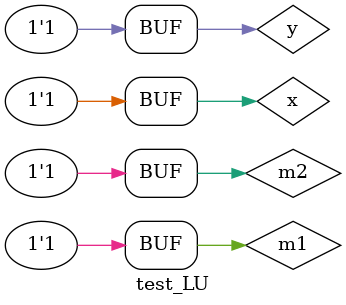
<source format=v>

module LU (output sON, output sXX, input a, input b, input m1, input m2);
	wire notM1,notM2,xorAB,xnorAB,orAB,norAB,and1,and2,and3,and4;
	
	not NOT1   (notM1, m1);
	not NOT2   (notM2, m2);
	xor XOR1   (xorAB, a, b);
	xnor XNOR1 (xnorAB, a, b);
	or  OR1    (orAB, a, b);
	nor NOR1   (norAB, a, b);
	and AND1   (and1, xorAB, m1, notM2);
	and AND2   (and2, xnorAB, m1, m2);
	and AND3   (and3, orAB, notM1, notM2);
	and AND4   (and4, norAB, notM1, m2);
	or OR2     (sXX, and1, and2);
	or OR3     (sON, and3, and4);
endmodule 

module test_LU;
// ------------------------- definir dados
   reg x;
	reg y;
	reg m1;
	reg m2;
	wire w;
	wire z;
	
	LU modulo (w, z, x, y, m1, m2);
	
	initial begin: start
		x = 0; 
		y = 0;
		m1= 0;
		m2= 0;
	end
	
// ------------------------- parte principal
   initial begin
      $display("Exemplo0034 - Mateus Lara Carvalho - 441700");
      $display("Test LU's module");
		$display ("--- CHAVE = 00 ---");
      $monitor("a = %b b = %b sOR = %b",x,y,w); 
		x = 0; y = 0; m1 = 0; m2 = 0;  
		#1 
		x = 0; y = 1; m1 = 0; m2 = 0;  
		#1 
		x = 1; y = 0; m1 = 0; m2 = 0;
		#1
		x = 1; y = 1; m1 = 0; m2 = 0;
		#1
		$display ("--- CHAVE = 01 ---");
		$monitor("a = %b b = %b sNOR = %b",x,y,w);
		x = 0; y = 0; m1 = 0; m2 = 1;
		#1
		x = 0; y = 1; m1 = 0; m2 = 1;
		#1 
		x = 1; y = 0; m1 = 0; m2 = 1;
		#1 
		x = 1; y = 1; m1 = 0; m2 = 1;
		#1
		$display ("--- CHAVE = 10 ---");
		$monitor("a = %b b = %b sXOR = %b",x,y,z);
		x = 0; y = 0; m1 = 1; m2 = 0;
		#1
		x = 0; y = 1; m1 = 1; m2 = 0;
		#1 
		x = 1; y = 0; m1 = 1; m2 = 0;
		#1 
		x = 1; y = 1; m1 = 1; m2 = 0;
		#1
		$display ("--- CHAVE = 11 ---");
		$monitor("a = %b b = %b sXNOR = %b",x,y,z);
		x = 0; y = 0; m1 = 1; m2 = 1;
		#1
		x = 0; y = 1; m1 = 1; m2 = 1;
		#1 
		x = 1; y = 0; m1 = 1; m2 = 1;
		#1 
		x = 1; y = 1; m1 = 1; m2 = 1;			
   end
endmodule // test_LU
</source>
